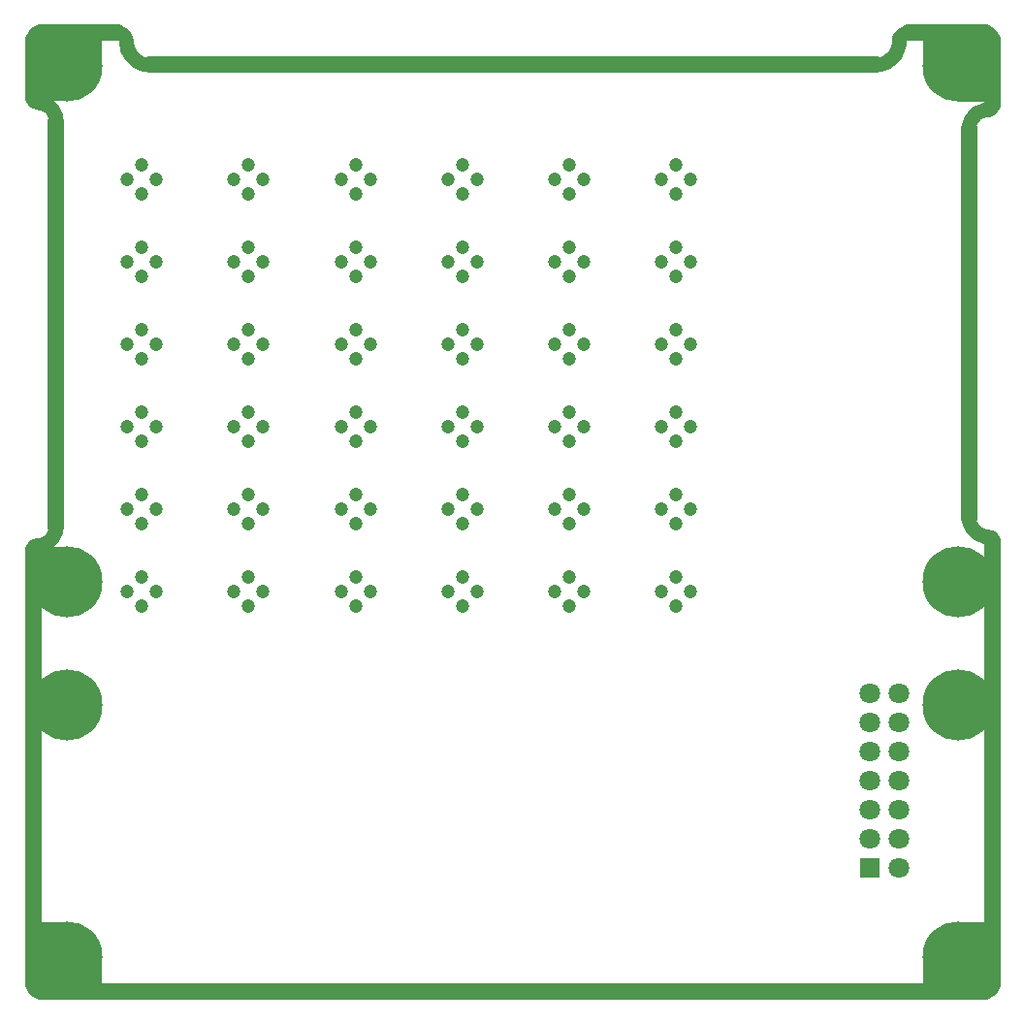
<source format=gbr>
G04*
G04 #@! TF.GenerationSoftware,Altium Limited,Altium Designer,24.1.2 (44)*
G04*
G04 Layer_Color=8388736*
%FSLAX44Y44*%
%MOMM*%
G71*
G04*
G04 #@! TF.SameCoordinates,14EC1D3F-8ED5-41FF-9881-AC4D2EF9915D*
G04*
G04*
G04 #@! TF.FilePolarity,Negative*
G04*
G01*
G75*
%ADD14C,1.2700*%
%ADD15C,1.4732*%
%ADD16R,2.8032X2.4605*%
%ADD17R,6.5381X2.6671*%
%ADD18R,3.1397X2.2324*%
%ADD19R,3.5104X1.9924*%
%ADD20R,6.1749X3.1682*%
%ADD21R,1.4100X1.3572*%
%ADD22R,3.1711X1.9818*%
%ADD23R,2.0433X3.1990*%
%ADD24R,2.9527X3.1711*%
%ADD25R,3.1682X6.1706*%
%ADD26C,6.2032*%
%ADD27C,1.4032*%
%ADD28C,1.2032*%
%ADD29C,1.8032*%
%ADD30R,1.8032X1.8032*%
%ADD31C,0.6032*%
D14*
X87650Y836000D02*
X87276Y838360D01*
X86193Y840490D01*
X84506Y842182D01*
X82378Y843271D01*
X80019Y843650D01*
X6350Y12000D02*
X7105Y9179D01*
X9168Y7111D01*
X11988Y6350D01*
X742000Y815650D02*
X744451Y815798D01*
X746867Y816240D01*
X749212Y816970D01*
X751451Y817978D01*
X753553Y819247D01*
X755487Y820761D01*
X757225Y822497D01*
X758740Y824429D01*
X760012Y826529D01*
X761022Y828768D01*
X761755Y831112D01*
X762199Y833527D01*
X762350Y835978D01*
X10000Y396080D02*
X7419Y395011D01*
X6350Y392430D01*
X87650Y835978D02*
X87801Y833527D01*
X88245Y831112D01*
X88978Y828768D01*
X89988Y826529D01*
X91260Y824429D01*
X92775Y822497D01*
X94513Y820761D01*
X96447Y819247D01*
X98549Y817978D01*
X100788Y816970D01*
X103133Y816240D01*
X105549Y815798D01*
X108000Y815650D01*
X840001Y776350D02*
X837457Y776151D01*
X834975Y775559D01*
X832615Y774587D01*
X830436Y773260D01*
X828489Y771611D01*
X826823Y769678D01*
X825477Y767510D01*
X824486Y765159D01*
X823872Y762682D01*
X823651Y760140D01*
X840012Y776350D02*
X842562Y777399D01*
X843650Y779933D01*
X10000Y396080D02*
X12558Y396281D01*
X15053Y396880D01*
X17423Y397862D01*
X19611Y399202D01*
X21561Y400869D01*
X23228Y402820D01*
X24568Y405007D01*
X25550Y407378D01*
X26149Y409872D01*
X26350Y412430D01*
X838000Y6350D02*
X840821Y7105D01*
X842889Y9168D01*
X843650Y11988D01*
X6350Y786130D02*
X7419Y783549D01*
X10000Y782480D01*
X843650Y400000D02*
X842581Y402581D01*
X840000Y403650D01*
X770000Y843650D02*
X767636Y843275D01*
X765504Y842189D01*
X763811Y840496D01*
X762725Y838364D01*
X762350Y836000D01*
X843650Y838000D02*
X842893Y840825D01*
X840825Y842893D01*
X838000Y843650D01*
X26350Y766130D02*
X26149Y768688D01*
X25550Y771182D01*
X24568Y773553D01*
X23228Y775740D01*
X21561Y777691D01*
X19611Y779358D01*
X17423Y780698D01*
X15053Y781680D01*
X12558Y782279D01*
X10000Y782480D01*
X12000Y843650D02*
X9175Y842893D01*
X7107Y840825D01*
X6350Y838000D01*
X823650Y420000D02*
X823851Y417442D01*
X824450Y414948D01*
X825432Y412577D01*
X826772Y410390D01*
X828439Y408439D01*
X830390Y406772D01*
X832577Y405432D01*
X834948Y404450D01*
X837442Y403851D01*
X840000Y403650D01*
D15*
X823650Y420000D02*
Y682286D01*
Y760000D01*
X6350Y12025D02*
X6350Y392412D01*
X843650Y12000D02*
X843650Y400000D01*
X26350Y412430D02*
Y766130D01*
X12000Y6350D02*
X837975Y6350D01*
X843650Y780001D02*
Y838000D01*
X770000Y843650D02*
X838000D01*
X6350Y786130D02*
Y838000D01*
X12018Y843650D02*
X80000Y843650D01*
X108000Y815650D02*
X742000D01*
D16*
X23000Y382663D02*
D03*
D17*
X815627Y23681D02*
D03*
D18*
X828682Y55866D02*
D03*
D19*
X830536Y792962D02*
D03*
D20*
X813791Y828825D02*
D03*
D21*
X13802Y835934D02*
D03*
D22*
X21160Y792916D02*
D03*
D23*
X56771Y828700D02*
D03*
D24*
X52227Y21160D02*
D03*
D25*
X21175Y36187D02*
D03*
D26*
X36000Y36000D02*
D03*
X814000D02*
D03*
Y256000D02*
D03*
Y364000D02*
D03*
Y814000D02*
D03*
X36000D02*
D03*
Y364000D02*
D03*
Y256000D02*
D03*
D27*
Y58860D02*
D03*
X13140Y36000D02*
D03*
X36000Y13140D02*
D03*
X58860Y36000D02*
D03*
X52165Y52165D02*
D03*
X19835D02*
D03*
Y19835D02*
D03*
X52165D02*
D03*
X830164D02*
D03*
X797835D02*
D03*
Y52165D02*
D03*
X830164D02*
D03*
X836860Y36000D02*
D03*
X814000Y13140D02*
D03*
X791140Y36000D02*
D03*
X814000Y58860D02*
D03*
Y278860D02*
D03*
X791140Y256000D02*
D03*
X814000Y233140D02*
D03*
X836860Y256000D02*
D03*
X830164Y272164D02*
D03*
X797835D02*
D03*
Y239835D02*
D03*
X830164D02*
D03*
Y347836D02*
D03*
X797835D02*
D03*
Y380164D02*
D03*
X830164D02*
D03*
X836860Y364000D02*
D03*
X814000Y341140D02*
D03*
X791140Y364000D02*
D03*
X814000Y386860D02*
D03*
Y836860D02*
D03*
X791140Y814000D02*
D03*
X814000Y791140D02*
D03*
X836860Y814000D02*
D03*
X830164Y830164D02*
D03*
X797835D02*
D03*
Y797835D02*
D03*
X830164D02*
D03*
X52165D02*
D03*
X19835D02*
D03*
Y830164D02*
D03*
X52165D02*
D03*
X58860Y814000D02*
D03*
X36000Y791140D02*
D03*
X13140Y814000D02*
D03*
X36000Y836860D02*
D03*
Y386860D02*
D03*
X13140Y364000D02*
D03*
X36000Y341140D02*
D03*
X58860Y364000D02*
D03*
X52165Y380164D02*
D03*
X19835D02*
D03*
Y347836D02*
D03*
X52165D02*
D03*
Y239835D02*
D03*
X19835D02*
D03*
Y272164D02*
D03*
X52165D02*
D03*
X58860Y256000D02*
D03*
X36000Y233140D02*
D03*
X13140Y256000D02*
D03*
X36000Y278860D02*
D03*
D28*
X555400Y427000D02*
D03*
X568100Y439700D02*
D03*
Y414300D02*
D03*
X580800Y427000D02*
D03*
X555400Y355000D02*
D03*
X568100Y367700D02*
D03*
Y342300D02*
D03*
X580800Y355000D02*
D03*
X462060D02*
D03*
X474760Y367700D02*
D03*
Y342300D02*
D03*
X487460Y355000D02*
D03*
X368720Y427000D02*
D03*
X381420Y439700D02*
D03*
Y414300D02*
D03*
X394120Y427000D02*
D03*
X462060D02*
D03*
X474760Y439700D02*
D03*
Y414300D02*
D03*
X487460Y427000D02*
D03*
X368720Y355000D02*
D03*
X381420Y367700D02*
D03*
Y342300D02*
D03*
X394120Y355000D02*
D03*
X275380D02*
D03*
X288080Y367700D02*
D03*
Y342300D02*
D03*
X300780Y355000D02*
D03*
X275380Y427000D02*
D03*
X288080Y439700D02*
D03*
Y414300D02*
D03*
X300780Y427000D02*
D03*
X275380Y499000D02*
D03*
X288080Y511700D02*
D03*
Y486300D02*
D03*
X300780Y499000D02*
D03*
X368720D02*
D03*
X381420Y511700D02*
D03*
Y486300D02*
D03*
X394120Y499000D02*
D03*
X462060D02*
D03*
X474760Y511700D02*
D03*
Y486300D02*
D03*
X487460Y499000D02*
D03*
X555400D02*
D03*
X568100Y511700D02*
D03*
Y486300D02*
D03*
X580800Y499000D02*
D03*
X555400Y571000D02*
D03*
X568100Y583700D02*
D03*
Y558300D02*
D03*
X580800Y571000D02*
D03*
X462060D02*
D03*
X474760Y583700D02*
D03*
Y558300D02*
D03*
X487460Y571000D02*
D03*
X368720D02*
D03*
X381420Y583700D02*
D03*
Y558300D02*
D03*
X394120Y571000D02*
D03*
X275380D02*
D03*
X288080Y583700D02*
D03*
Y558300D02*
D03*
X300780Y571000D02*
D03*
X182040D02*
D03*
X194740Y583700D02*
D03*
Y558300D02*
D03*
X207440Y571000D02*
D03*
X182040Y499000D02*
D03*
X194740Y511700D02*
D03*
Y486300D02*
D03*
X207440Y499000D02*
D03*
X182040Y427000D02*
D03*
X194740Y439700D02*
D03*
Y414300D02*
D03*
X207440Y427000D02*
D03*
X182040Y355000D02*
D03*
X194740Y367700D02*
D03*
Y342300D02*
D03*
X207440Y355000D02*
D03*
X88700D02*
D03*
X101400Y367700D02*
D03*
Y342300D02*
D03*
X114100Y355000D02*
D03*
X88700Y427000D02*
D03*
X101400Y439700D02*
D03*
Y414300D02*
D03*
X114100Y427000D02*
D03*
X88700Y499000D02*
D03*
X101400Y511700D02*
D03*
Y486300D02*
D03*
X114100Y499000D02*
D03*
X88700Y571000D02*
D03*
X101400Y583700D02*
D03*
Y558300D02*
D03*
X114100Y571000D02*
D03*
X182040Y643000D02*
D03*
X194740Y655700D02*
D03*
Y630300D02*
D03*
X207440Y643000D02*
D03*
X275380D02*
D03*
X288080Y655700D02*
D03*
Y630300D02*
D03*
X300780Y643000D02*
D03*
X368720D02*
D03*
X381420Y655700D02*
D03*
Y630300D02*
D03*
X394120Y643000D02*
D03*
X462060D02*
D03*
X474760Y655700D02*
D03*
Y630300D02*
D03*
X487460Y643000D02*
D03*
X580800D02*
D03*
X568100Y630300D02*
D03*
Y655700D02*
D03*
X555400Y643000D02*
D03*
Y715000D02*
D03*
X568100Y727700D02*
D03*
Y702300D02*
D03*
X580800Y715000D02*
D03*
X462060D02*
D03*
X474760Y727700D02*
D03*
Y702300D02*
D03*
X487460Y715000D02*
D03*
X368720D02*
D03*
X381420Y727700D02*
D03*
Y702300D02*
D03*
X394120Y715000D02*
D03*
X275380D02*
D03*
X288080Y727700D02*
D03*
Y702300D02*
D03*
X300780Y715000D02*
D03*
X182040D02*
D03*
X194740Y727700D02*
D03*
Y702300D02*
D03*
X207440Y715000D02*
D03*
X88700D02*
D03*
X101400Y727700D02*
D03*
Y702300D02*
D03*
X114100Y715000D02*
D03*
X88700Y643000D02*
D03*
X101400Y655700D02*
D03*
Y630300D02*
D03*
X114100Y643000D02*
D03*
D29*
X762700Y113800D02*
D03*
Y139200D02*
D03*
Y164600D02*
D03*
Y190000D02*
D03*
Y215400D02*
D03*
Y240800D02*
D03*
Y266200D02*
D03*
X737300Y139200D02*
D03*
Y164600D02*
D03*
Y190000D02*
D03*
Y215400D02*
D03*
Y240800D02*
D03*
Y266200D02*
D03*
D30*
Y113800D02*
D03*
D31*
X843679Y813487D02*
D03*
Y803487D02*
D03*
Y833487D02*
D03*
Y823487D02*
D03*
Y793487D02*
D03*
Y783487D02*
D03*
X837038Y776011D02*
D03*
X828215Y771305D02*
D03*
X823901Y762284D02*
D03*
X823680Y752286D02*
D03*
X823680Y742286D02*
D03*
X823680Y732286D02*
D03*
X823680Y722286D02*
D03*
X823680Y712286D02*
D03*
X823680Y702286D02*
D03*
X823680Y692286D02*
D03*
X823680Y682286D02*
D03*
X823680Y672286D02*
D03*
X823680Y662286D02*
D03*
X823680Y652286D02*
D03*
X823680Y642286D02*
D03*
X823680Y632286D02*
D03*
X823680Y622286D02*
D03*
X823680Y612286D02*
D03*
X823680Y602286D02*
D03*
X823680Y592286D02*
D03*
X823680Y582286D02*
D03*
X823680Y572286D02*
D03*
X823680Y562286D02*
D03*
X823680Y552286D02*
D03*
X823680Y542286D02*
D03*
X823680Y532287D02*
D03*
X823680Y522287D02*
D03*
X823680Y512287D02*
D03*
X823679Y502287D02*
D03*
X823679Y492287D02*
D03*
X823679Y482287D02*
D03*
X823679Y472287D02*
D03*
X823679Y462287D02*
D03*
X823679Y452287D02*
D03*
X823679Y442287D02*
D03*
X823679Y432287D02*
D03*
X823679Y422287D02*
D03*
X825524Y412458D02*
D03*
X832651Y405444D02*
D03*
X842293Y402794D02*
D03*
X843679Y392890D02*
D03*
Y382890D02*
D03*
Y372890D02*
D03*
Y362890D02*
D03*
Y352891D02*
D03*
Y342891D02*
D03*
Y332891D02*
D03*
Y322891D02*
D03*
Y312890D02*
D03*
Y302891D02*
D03*
Y292891D02*
D03*
Y282891D02*
D03*
Y272891D02*
D03*
X843679Y262891D02*
D03*
Y252891D02*
D03*
Y242891D02*
D03*
Y232891D02*
D03*
Y222891D02*
D03*
Y212891D02*
D03*
Y202891D02*
D03*
Y192891D02*
D03*
Y182891D02*
D03*
Y172891D02*
D03*
Y162891D02*
D03*
Y152891D02*
D03*
Y142891D02*
D03*
X843679Y132891D02*
D03*
Y122891D02*
D03*
Y112891D02*
D03*
Y102891D02*
D03*
Y92891D02*
D03*
Y82891D02*
D03*
Y72891D02*
D03*
Y62891D02*
D03*
Y52891D02*
D03*
Y42891D02*
D03*
Y32891D02*
D03*
Y22891D02*
D03*
X843566Y12892D02*
D03*
X836028Y6321D02*
D03*
X826028D02*
D03*
X816028D02*
D03*
X806028D02*
D03*
X796028D02*
D03*
X786028D02*
D03*
X776028D02*
D03*
X766028D02*
D03*
X756028D02*
D03*
X746028D02*
D03*
X736028D02*
D03*
X726028D02*
D03*
X716029D02*
D03*
X706029D02*
D03*
X696029D02*
D03*
X686029D02*
D03*
X676029D02*
D03*
X666029D02*
D03*
X656029D02*
D03*
X646029D02*
D03*
X636029D02*
D03*
X626029D02*
D03*
X616029D02*
D03*
X606029D02*
D03*
X596029D02*
D03*
X586029D02*
D03*
X576029D02*
D03*
X566029D02*
D03*
X556029D02*
D03*
X546029D02*
D03*
X536029D02*
D03*
X526029D02*
D03*
X516029D02*
D03*
X506029D02*
D03*
X496029D02*
D03*
X486029D02*
D03*
X476029D02*
D03*
X466029D02*
D03*
X456029D02*
D03*
X446029D02*
D03*
X436029D02*
D03*
X426029D02*
D03*
X416029D02*
D03*
X406029D02*
D03*
X396029D02*
D03*
X386029D02*
D03*
X376029D02*
D03*
X366029D02*
D03*
X356029D02*
D03*
X346029D02*
D03*
X336029D02*
D03*
X326029D02*
D03*
X316029D02*
D03*
X306029D02*
D03*
X296029D02*
D03*
X286029D02*
D03*
X276029D02*
D03*
X266029D02*
D03*
X256029D02*
D03*
X246029D02*
D03*
X236029D02*
D03*
X226029D02*
D03*
X216029D02*
D03*
X206029D02*
D03*
X196029D02*
D03*
X186029D02*
D03*
X176029D02*
D03*
X166030D02*
D03*
X156030D02*
D03*
X146030D02*
D03*
X136030D02*
D03*
X126030D02*
D03*
X116030D02*
D03*
X106030D02*
D03*
X96030D02*
D03*
X86030D02*
D03*
X76030D02*
D03*
X66030D02*
D03*
X56030D02*
D03*
X46030D02*
D03*
X36030D02*
D03*
X26030D02*
D03*
X16030D02*
D03*
X6742Y10027D02*
D03*
X6321Y20018D02*
D03*
Y30018D02*
D03*
Y40018D02*
D03*
Y50018D02*
D03*
Y60018D02*
D03*
Y70018D02*
D03*
Y80018D02*
D03*
Y90018D02*
D03*
Y100018D02*
D03*
Y110018D02*
D03*
Y120018D02*
D03*
Y130018D02*
D03*
Y140018D02*
D03*
Y150018D02*
D03*
Y160018D02*
D03*
Y170018D02*
D03*
Y180018D02*
D03*
Y190018D02*
D03*
Y200018D02*
D03*
Y210018D02*
D03*
Y220018D02*
D03*
Y230018D02*
D03*
Y240018D02*
D03*
Y250018D02*
D03*
Y260018D02*
D03*
Y270018D02*
D03*
Y280018D02*
D03*
Y290018D02*
D03*
Y300018D02*
D03*
Y310018D02*
D03*
Y320018D02*
D03*
Y330018D02*
D03*
Y340018D02*
D03*
Y350017D02*
D03*
Y360017D02*
D03*
Y370017D02*
D03*
Y380017D02*
D03*
Y390017D02*
D03*
X13880Y396564D02*
D03*
X22373Y401844D02*
D03*
X26332Y411026D02*
D03*
X26321Y421026D02*
D03*
Y431026D02*
D03*
Y441026D02*
D03*
Y451026D02*
D03*
Y461026D02*
D03*
Y471026D02*
D03*
Y481026D02*
D03*
Y491026D02*
D03*
Y501026D02*
D03*
Y511026D02*
D03*
Y521026D02*
D03*
Y531026D02*
D03*
Y541026D02*
D03*
Y551026D02*
D03*
Y561026D02*
D03*
Y571026D02*
D03*
Y581026D02*
D03*
Y591026D02*
D03*
Y601026D02*
D03*
Y611026D02*
D03*
Y621026D02*
D03*
Y631026D02*
D03*
Y641026D02*
D03*
Y651026D02*
D03*
Y661026D02*
D03*
Y671026D02*
D03*
Y681026D02*
D03*
Y691026D02*
D03*
Y701026D02*
D03*
Y711026D02*
D03*
Y721026D02*
D03*
Y731026D02*
D03*
Y741026D02*
D03*
Y751026D02*
D03*
Y761026D02*
D03*
X25583Y770999D02*
D03*
X19766Y779132D02*
D03*
X10419Y782688D02*
D03*
X6321Y791810D02*
D03*
Y801810D02*
D03*
Y811810D02*
D03*
Y821809D02*
D03*
Y831809D02*
D03*
X7768Y841704D02*
D03*
X17571Y843679D02*
D03*
X27571D02*
D03*
X37571D02*
D03*
X47571Y843679D02*
D03*
X57571D02*
D03*
X67571D02*
D03*
X77571D02*
D03*
X86726Y839656D02*
D03*
X88693Y829852D02*
D03*
X93933Y821335D02*
D03*
X102659Y816448D02*
D03*
X112629Y815679D02*
D03*
X122629D02*
D03*
X132629D02*
D03*
X142629D02*
D03*
X152629D02*
D03*
X162629D02*
D03*
X172629D02*
D03*
X182629D02*
D03*
X192629D02*
D03*
X202629D02*
D03*
X212629D02*
D03*
X222629D02*
D03*
X232629D02*
D03*
X242628D02*
D03*
X252628D02*
D03*
X262628D02*
D03*
X272628D02*
D03*
X282628D02*
D03*
X292628D02*
D03*
X302628D02*
D03*
X312628D02*
D03*
X322628D02*
D03*
X332628D02*
D03*
X342628D02*
D03*
X352628D02*
D03*
X362628D02*
D03*
X372628D02*
D03*
X382628D02*
D03*
X392628D02*
D03*
X402628D02*
D03*
X412628D02*
D03*
X422628D02*
D03*
X432628D02*
D03*
X442628D02*
D03*
X452628D02*
D03*
X462628D02*
D03*
X472628D02*
D03*
X482628D02*
D03*
X492628D02*
D03*
X502628D02*
D03*
X512628D02*
D03*
X522628D02*
D03*
X532628D02*
D03*
X542628D02*
D03*
X552628D02*
D03*
X562628D02*
D03*
X572628D02*
D03*
X582628D02*
D03*
X592628D02*
D03*
X602628D02*
D03*
X612628D02*
D03*
X622628D02*
D03*
X632628D02*
D03*
X642628D02*
D03*
X652628D02*
D03*
X662628D02*
D03*
X672628D02*
D03*
X682628D02*
D03*
X692628D02*
D03*
X702628D02*
D03*
X712628D02*
D03*
X722628D02*
D03*
X732628D02*
D03*
X742627Y815704D02*
D03*
X752230Y818495D02*
D03*
X759363Y825504D02*
D03*
X762267Y835073D02*
D03*
X767868Y843357D02*
D03*
X777863Y843679D02*
D03*
X787863D02*
D03*
X797863D02*
D03*
X807863D02*
D03*
X817863D02*
D03*
X827863D02*
D03*
X837863D02*
D03*
M02*

</source>
